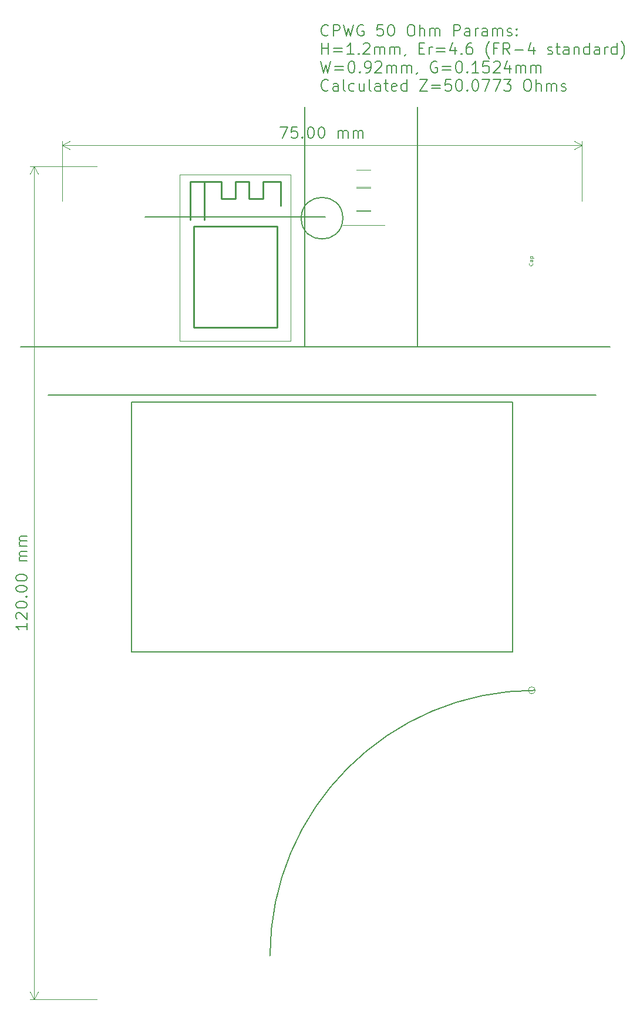
<source format=gbr>
%TF.GenerationSoftware,KiCad,Pcbnew,7.0.6-7.0.6~ubuntu22.04.1*%
%TF.CreationDate,2023-08-07T18:14:45+01:00*%
%TF.ProjectId,working,776f726b-696e-4672-9e6b-696361645f70,rev?*%
%TF.SameCoordinates,Original*%
%TF.FileFunction,Other,Comment*%
%FSLAX46Y46*%
G04 Gerber Fmt 4.6, Leading zero omitted, Abs format (unit mm)*
G04 Created by KiCad (PCBNEW 7.0.6-7.0.6~ubuntu22.04.1) date 2023-08-07 18:14:45*
%MOMM*%
%LPD*%
G01*
G04 APERTURE LIST*
%ADD10C,0.152400*%
%ADD11C,0.076200*%
%ADD12C,0.142240*%
%ADD13C,0.100000*%
%ADD14C,0.048768*%
%ADD15C,0.127000*%
%ADD16C,0.254000*%
%ADD17C,0.050000*%
G04 APERTURE END LIST*
D10*
X146001100Y-71003600D02*
X146001100Y-36503600D01*
X121001100Y-79003600D02*
X121001100Y-115003600D01*
X109001100Y-78003600D02*
X188001100Y-78003600D01*
D11*
X179251100Y-120503600D02*
G75*
G03*
X179251100Y-120503600I-500000J0D01*
G01*
D10*
X151501100Y-52503600D02*
G75*
G03*
X151501100Y-52503600I-3000000J0D01*
G01*
X162251100Y-71003600D02*
X162251100Y-36503600D01*
X105001100Y-71003600D02*
X146001100Y-71003600D01*
X176001100Y-115003600D02*
X176001100Y-79003600D01*
X179251100Y-120503600D02*
G75*
G03*
X141001100Y-158753600I0J-38250000D01*
G01*
X121001100Y-115003600D02*
X176001100Y-115003600D01*
X146001100Y-71003600D02*
X190001100Y-71003600D01*
X176001100Y-79003600D02*
X121001100Y-79003600D01*
D12*
X149418864Y-26114508D02*
X149340971Y-26192402D01*
X149340971Y-26192402D02*
X149107291Y-26270295D01*
X149107291Y-26270295D02*
X148951504Y-26270295D01*
X148951504Y-26270295D02*
X148717824Y-26192402D01*
X148717824Y-26192402D02*
X148562038Y-26036615D01*
X148562038Y-26036615D02*
X148484144Y-25880828D01*
X148484144Y-25880828D02*
X148406251Y-25569255D01*
X148406251Y-25569255D02*
X148406251Y-25335575D01*
X148406251Y-25335575D02*
X148484144Y-25024002D01*
X148484144Y-25024002D02*
X148562038Y-24868215D01*
X148562038Y-24868215D02*
X148717824Y-24712428D01*
X148717824Y-24712428D02*
X148951504Y-24634535D01*
X148951504Y-24634535D02*
X149107291Y-24634535D01*
X149107291Y-24634535D02*
X149340971Y-24712428D01*
X149340971Y-24712428D02*
X149418864Y-24790322D01*
X150119904Y-26270295D02*
X150119904Y-24634535D01*
X150119904Y-24634535D02*
X150743051Y-24634535D01*
X150743051Y-24634535D02*
X150898838Y-24712428D01*
X150898838Y-24712428D02*
X150976731Y-24790322D01*
X150976731Y-24790322D02*
X151054624Y-24946108D01*
X151054624Y-24946108D02*
X151054624Y-25179788D01*
X151054624Y-25179788D02*
X150976731Y-25335575D01*
X150976731Y-25335575D02*
X150898838Y-25413468D01*
X150898838Y-25413468D02*
X150743051Y-25491362D01*
X150743051Y-25491362D02*
X150119904Y-25491362D01*
X151599878Y-24634535D02*
X151989344Y-26270295D01*
X151989344Y-26270295D02*
X152300918Y-25101895D01*
X152300918Y-25101895D02*
X152612491Y-26270295D01*
X152612491Y-26270295D02*
X153001958Y-24634535D01*
X154481931Y-24712428D02*
X154326144Y-24634535D01*
X154326144Y-24634535D02*
X154092464Y-24634535D01*
X154092464Y-24634535D02*
X153858784Y-24712428D01*
X153858784Y-24712428D02*
X153702998Y-24868215D01*
X153702998Y-24868215D02*
X153625104Y-25024002D01*
X153625104Y-25024002D02*
X153547211Y-25335575D01*
X153547211Y-25335575D02*
X153547211Y-25569255D01*
X153547211Y-25569255D02*
X153625104Y-25880828D01*
X153625104Y-25880828D02*
X153702998Y-26036615D01*
X153702998Y-26036615D02*
X153858784Y-26192402D01*
X153858784Y-26192402D02*
X154092464Y-26270295D01*
X154092464Y-26270295D02*
X154248251Y-26270295D01*
X154248251Y-26270295D02*
X154481931Y-26192402D01*
X154481931Y-26192402D02*
X154559824Y-26114508D01*
X154559824Y-26114508D02*
X154559824Y-25569255D01*
X154559824Y-25569255D02*
X154248251Y-25569255D01*
X157286091Y-24634535D02*
X156507157Y-24634535D01*
X156507157Y-24634535D02*
X156429264Y-25413468D01*
X156429264Y-25413468D02*
X156507157Y-25335575D01*
X156507157Y-25335575D02*
X156662944Y-25257682D01*
X156662944Y-25257682D02*
X157052411Y-25257682D01*
X157052411Y-25257682D02*
X157208197Y-25335575D01*
X157208197Y-25335575D02*
X157286091Y-25413468D01*
X157286091Y-25413468D02*
X157363984Y-25569255D01*
X157363984Y-25569255D02*
X157363984Y-25958722D01*
X157363984Y-25958722D02*
X157286091Y-26114508D01*
X157286091Y-26114508D02*
X157208197Y-26192402D01*
X157208197Y-26192402D02*
X157052411Y-26270295D01*
X157052411Y-26270295D02*
X156662944Y-26270295D01*
X156662944Y-26270295D02*
X156507157Y-26192402D01*
X156507157Y-26192402D02*
X156429264Y-26114508D01*
X158376598Y-24634535D02*
X158532384Y-24634535D01*
X158532384Y-24634535D02*
X158688171Y-24712428D01*
X158688171Y-24712428D02*
X158766064Y-24790322D01*
X158766064Y-24790322D02*
X158843958Y-24946108D01*
X158843958Y-24946108D02*
X158921851Y-25257682D01*
X158921851Y-25257682D02*
X158921851Y-25647148D01*
X158921851Y-25647148D02*
X158843958Y-25958722D01*
X158843958Y-25958722D02*
X158766064Y-26114508D01*
X158766064Y-26114508D02*
X158688171Y-26192402D01*
X158688171Y-26192402D02*
X158532384Y-26270295D01*
X158532384Y-26270295D02*
X158376598Y-26270295D01*
X158376598Y-26270295D02*
X158220811Y-26192402D01*
X158220811Y-26192402D02*
X158142918Y-26114508D01*
X158142918Y-26114508D02*
X158065024Y-25958722D01*
X158065024Y-25958722D02*
X157987131Y-25647148D01*
X157987131Y-25647148D02*
X157987131Y-25257682D01*
X157987131Y-25257682D02*
X158065024Y-24946108D01*
X158065024Y-24946108D02*
X158142918Y-24790322D01*
X158142918Y-24790322D02*
X158220811Y-24712428D01*
X158220811Y-24712428D02*
X158376598Y-24634535D01*
X161180758Y-24634535D02*
X161492331Y-24634535D01*
X161492331Y-24634535D02*
X161648118Y-24712428D01*
X161648118Y-24712428D02*
X161803904Y-24868215D01*
X161803904Y-24868215D02*
X161881798Y-25179788D01*
X161881798Y-25179788D02*
X161881798Y-25725042D01*
X161881798Y-25725042D02*
X161803904Y-26036615D01*
X161803904Y-26036615D02*
X161648118Y-26192402D01*
X161648118Y-26192402D02*
X161492331Y-26270295D01*
X161492331Y-26270295D02*
X161180758Y-26270295D01*
X161180758Y-26270295D02*
X161024971Y-26192402D01*
X161024971Y-26192402D02*
X160869184Y-26036615D01*
X160869184Y-26036615D02*
X160791291Y-25725042D01*
X160791291Y-25725042D02*
X160791291Y-25179788D01*
X160791291Y-25179788D02*
X160869184Y-24868215D01*
X160869184Y-24868215D02*
X161024971Y-24712428D01*
X161024971Y-24712428D02*
X161180758Y-24634535D01*
X162582837Y-26270295D02*
X162582837Y-24634535D01*
X163283877Y-26270295D02*
X163283877Y-25413468D01*
X163283877Y-25413468D02*
X163205984Y-25257682D01*
X163205984Y-25257682D02*
X163050197Y-25179788D01*
X163050197Y-25179788D02*
X162816517Y-25179788D01*
X162816517Y-25179788D02*
X162660731Y-25257682D01*
X162660731Y-25257682D02*
X162582837Y-25335575D01*
X164062810Y-26270295D02*
X164062810Y-25179788D01*
X164062810Y-25335575D02*
X164140704Y-25257682D01*
X164140704Y-25257682D02*
X164296490Y-25179788D01*
X164296490Y-25179788D02*
X164530170Y-25179788D01*
X164530170Y-25179788D02*
X164685957Y-25257682D01*
X164685957Y-25257682D02*
X164763850Y-25413468D01*
X164763850Y-25413468D02*
X164763850Y-26270295D01*
X164763850Y-25413468D02*
X164841744Y-25257682D01*
X164841744Y-25257682D02*
X164997530Y-25179788D01*
X164997530Y-25179788D02*
X165231210Y-25179788D01*
X165231210Y-25179788D02*
X165386997Y-25257682D01*
X165386997Y-25257682D02*
X165464890Y-25413468D01*
X165464890Y-25413468D02*
X165464890Y-26270295D01*
X167490116Y-26270295D02*
X167490116Y-24634535D01*
X167490116Y-24634535D02*
X168113263Y-24634535D01*
X168113263Y-24634535D02*
X168269050Y-24712428D01*
X168269050Y-24712428D02*
X168346943Y-24790322D01*
X168346943Y-24790322D02*
X168424836Y-24946108D01*
X168424836Y-24946108D02*
X168424836Y-25179788D01*
X168424836Y-25179788D02*
X168346943Y-25335575D01*
X168346943Y-25335575D02*
X168269050Y-25413468D01*
X168269050Y-25413468D02*
X168113263Y-25491362D01*
X168113263Y-25491362D02*
X167490116Y-25491362D01*
X169826916Y-26270295D02*
X169826916Y-25413468D01*
X169826916Y-25413468D02*
X169749023Y-25257682D01*
X169749023Y-25257682D02*
X169593236Y-25179788D01*
X169593236Y-25179788D02*
X169281663Y-25179788D01*
X169281663Y-25179788D02*
X169125876Y-25257682D01*
X169826916Y-26192402D02*
X169671130Y-26270295D01*
X169671130Y-26270295D02*
X169281663Y-26270295D01*
X169281663Y-26270295D02*
X169125876Y-26192402D01*
X169125876Y-26192402D02*
X169047983Y-26036615D01*
X169047983Y-26036615D02*
X169047983Y-25880828D01*
X169047983Y-25880828D02*
X169125876Y-25725042D01*
X169125876Y-25725042D02*
X169281663Y-25647148D01*
X169281663Y-25647148D02*
X169671130Y-25647148D01*
X169671130Y-25647148D02*
X169826916Y-25569255D01*
X170605849Y-26270295D02*
X170605849Y-25179788D01*
X170605849Y-25491362D02*
X170683743Y-25335575D01*
X170683743Y-25335575D02*
X170761636Y-25257682D01*
X170761636Y-25257682D02*
X170917423Y-25179788D01*
X170917423Y-25179788D02*
X171073209Y-25179788D01*
X172319502Y-26270295D02*
X172319502Y-25413468D01*
X172319502Y-25413468D02*
X172241609Y-25257682D01*
X172241609Y-25257682D02*
X172085822Y-25179788D01*
X172085822Y-25179788D02*
X171774249Y-25179788D01*
X171774249Y-25179788D02*
X171618462Y-25257682D01*
X172319502Y-26192402D02*
X172163716Y-26270295D01*
X172163716Y-26270295D02*
X171774249Y-26270295D01*
X171774249Y-26270295D02*
X171618462Y-26192402D01*
X171618462Y-26192402D02*
X171540569Y-26036615D01*
X171540569Y-26036615D02*
X171540569Y-25880828D01*
X171540569Y-25880828D02*
X171618462Y-25725042D01*
X171618462Y-25725042D02*
X171774249Y-25647148D01*
X171774249Y-25647148D02*
X172163716Y-25647148D01*
X172163716Y-25647148D02*
X172319502Y-25569255D01*
X173098435Y-26270295D02*
X173098435Y-25179788D01*
X173098435Y-25335575D02*
X173176329Y-25257682D01*
X173176329Y-25257682D02*
X173332115Y-25179788D01*
X173332115Y-25179788D02*
X173565795Y-25179788D01*
X173565795Y-25179788D02*
X173721582Y-25257682D01*
X173721582Y-25257682D02*
X173799475Y-25413468D01*
X173799475Y-25413468D02*
X173799475Y-26270295D01*
X173799475Y-25413468D02*
X173877369Y-25257682D01*
X173877369Y-25257682D02*
X174033155Y-25179788D01*
X174033155Y-25179788D02*
X174266835Y-25179788D01*
X174266835Y-25179788D02*
X174422622Y-25257682D01*
X174422622Y-25257682D02*
X174500515Y-25413468D01*
X174500515Y-25413468D02*
X174500515Y-26270295D01*
X175201555Y-26192402D02*
X175357342Y-26270295D01*
X175357342Y-26270295D02*
X175668915Y-26270295D01*
X175668915Y-26270295D02*
X175824702Y-26192402D01*
X175824702Y-26192402D02*
X175902595Y-26036615D01*
X175902595Y-26036615D02*
X175902595Y-25958722D01*
X175902595Y-25958722D02*
X175824702Y-25802935D01*
X175824702Y-25802935D02*
X175668915Y-25725042D01*
X175668915Y-25725042D02*
X175435235Y-25725042D01*
X175435235Y-25725042D02*
X175279448Y-25647148D01*
X175279448Y-25647148D02*
X175201555Y-25491362D01*
X175201555Y-25491362D02*
X175201555Y-25413468D01*
X175201555Y-25413468D02*
X175279448Y-25257682D01*
X175279448Y-25257682D02*
X175435235Y-25179788D01*
X175435235Y-25179788D02*
X175668915Y-25179788D01*
X175668915Y-25179788D02*
X175824702Y-25257682D01*
X176603635Y-26114508D02*
X176681529Y-26192402D01*
X176681529Y-26192402D02*
X176603635Y-26270295D01*
X176603635Y-26270295D02*
X176525742Y-26192402D01*
X176525742Y-26192402D02*
X176603635Y-26114508D01*
X176603635Y-26114508D02*
X176603635Y-26270295D01*
X176603635Y-25257682D02*
X176681529Y-25335575D01*
X176681529Y-25335575D02*
X176603635Y-25413468D01*
X176603635Y-25413468D02*
X176525742Y-25335575D01*
X176525742Y-25335575D02*
X176603635Y-25257682D01*
X176603635Y-25257682D02*
X176603635Y-25413468D01*
X148484144Y-28903869D02*
X148484144Y-27268109D01*
X148484144Y-28047042D02*
X149418864Y-28047042D01*
X149418864Y-28903869D02*
X149418864Y-27268109D01*
X150197797Y-28047042D02*
X151444091Y-28047042D01*
X151444091Y-28514402D02*
X150197797Y-28514402D01*
X153079851Y-28903869D02*
X152145131Y-28903869D01*
X152612491Y-28903869D02*
X152612491Y-27268109D01*
X152612491Y-27268109D02*
X152456704Y-27501789D01*
X152456704Y-27501789D02*
X152300918Y-27657576D01*
X152300918Y-27657576D02*
X152145131Y-27735469D01*
X153780891Y-28748082D02*
X153858785Y-28825976D01*
X153858785Y-28825976D02*
X153780891Y-28903869D01*
X153780891Y-28903869D02*
X153702998Y-28825976D01*
X153702998Y-28825976D02*
X153780891Y-28748082D01*
X153780891Y-28748082D02*
X153780891Y-28903869D01*
X154481931Y-27423896D02*
X154559824Y-27346002D01*
X154559824Y-27346002D02*
X154715611Y-27268109D01*
X154715611Y-27268109D02*
X155105078Y-27268109D01*
X155105078Y-27268109D02*
X155260864Y-27346002D01*
X155260864Y-27346002D02*
X155338758Y-27423896D01*
X155338758Y-27423896D02*
X155416651Y-27579682D01*
X155416651Y-27579682D02*
X155416651Y-27735469D01*
X155416651Y-27735469D02*
X155338758Y-27969149D01*
X155338758Y-27969149D02*
X154404038Y-28903869D01*
X154404038Y-28903869D02*
X155416651Y-28903869D01*
X156117691Y-28903869D02*
X156117691Y-27813362D01*
X156117691Y-27969149D02*
X156195585Y-27891256D01*
X156195585Y-27891256D02*
X156351371Y-27813362D01*
X156351371Y-27813362D02*
X156585051Y-27813362D01*
X156585051Y-27813362D02*
X156740838Y-27891256D01*
X156740838Y-27891256D02*
X156818731Y-28047042D01*
X156818731Y-28047042D02*
X156818731Y-28903869D01*
X156818731Y-28047042D02*
X156896625Y-27891256D01*
X156896625Y-27891256D02*
X157052411Y-27813362D01*
X157052411Y-27813362D02*
X157286091Y-27813362D01*
X157286091Y-27813362D02*
X157441878Y-27891256D01*
X157441878Y-27891256D02*
X157519771Y-28047042D01*
X157519771Y-28047042D02*
X157519771Y-28903869D01*
X158298704Y-28903869D02*
X158298704Y-27813362D01*
X158298704Y-27969149D02*
X158376598Y-27891256D01*
X158376598Y-27891256D02*
X158532384Y-27813362D01*
X158532384Y-27813362D02*
X158766064Y-27813362D01*
X158766064Y-27813362D02*
X158921851Y-27891256D01*
X158921851Y-27891256D02*
X158999744Y-28047042D01*
X158999744Y-28047042D02*
X158999744Y-28903869D01*
X158999744Y-28047042D02*
X159077638Y-27891256D01*
X159077638Y-27891256D02*
X159233424Y-27813362D01*
X159233424Y-27813362D02*
X159467104Y-27813362D01*
X159467104Y-27813362D02*
X159622891Y-27891256D01*
X159622891Y-27891256D02*
X159700784Y-28047042D01*
X159700784Y-28047042D02*
X159700784Y-28903869D01*
X160557611Y-28825976D02*
X160557611Y-28903869D01*
X160557611Y-28903869D02*
X160479717Y-29059656D01*
X160479717Y-29059656D02*
X160401824Y-29137549D01*
X162504943Y-28047042D02*
X163050197Y-28047042D01*
X163283877Y-28903869D02*
X162504943Y-28903869D01*
X162504943Y-28903869D02*
X162504943Y-27268109D01*
X162504943Y-27268109D02*
X163283877Y-27268109D01*
X163984916Y-28903869D02*
X163984916Y-27813362D01*
X163984916Y-28124936D02*
X164062810Y-27969149D01*
X164062810Y-27969149D02*
X164140703Y-27891256D01*
X164140703Y-27891256D02*
X164296490Y-27813362D01*
X164296490Y-27813362D02*
X164452276Y-27813362D01*
X164997529Y-28047042D02*
X166243823Y-28047042D01*
X166243823Y-28514402D02*
X164997529Y-28514402D01*
X167723796Y-27813362D02*
X167723796Y-28903869D01*
X167334330Y-27190216D02*
X166944863Y-28358616D01*
X166944863Y-28358616D02*
X167957476Y-28358616D01*
X168580623Y-28748082D02*
X168658517Y-28825976D01*
X168658517Y-28825976D02*
X168580623Y-28903869D01*
X168580623Y-28903869D02*
X168502730Y-28825976D01*
X168502730Y-28825976D02*
X168580623Y-28748082D01*
X168580623Y-28748082D02*
X168580623Y-28903869D01*
X170060596Y-27268109D02*
X169749023Y-27268109D01*
X169749023Y-27268109D02*
X169593236Y-27346002D01*
X169593236Y-27346002D02*
X169515343Y-27423896D01*
X169515343Y-27423896D02*
X169359556Y-27657576D01*
X169359556Y-27657576D02*
X169281663Y-27969149D01*
X169281663Y-27969149D02*
X169281663Y-28592296D01*
X169281663Y-28592296D02*
X169359556Y-28748082D01*
X169359556Y-28748082D02*
X169437450Y-28825976D01*
X169437450Y-28825976D02*
X169593236Y-28903869D01*
X169593236Y-28903869D02*
X169904810Y-28903869D01*
X169904810Y-28903869D02*
X170060596Y-28825976D01*
X170060596Y-28825976D02*
X170138490Y-28748082D01*
X170138490Y-28748082D02*
X170216383Y-28592296D01*
X170216383Y-28592296D02*
X170216383Y-28202829D01*
X170216383Y-28202829D02*
X170138490Y-28047042D01*
X170138490Y-28047042D02*
X170060596Y-27969149D01*
X170060596Y-27969149D02*
X169904810Y-27891256D01*
X169904810Y-27891256D02*
X169593236Y-27891256D01*
X169593236Y-27891256D02*
X169437450Y-27969149D01*
X169437450Y-27969149D02*
X169359556Y-28047042D01*
X169359556Y-28047042D02*
X169281663Y-28202829D01*
X172631076Y-29527016D02*
X172553183Y-29449122D01*
X172553183Y-29449122D02*
X172397396Y-29215442D01*
X172397396Y-29215442D02*
X172319503Y-29059656D01*
X172319503Y-29059656D02*
X172241610Y-28825976D01*
X172241610Y-28825976D02*
X172163716Y-28436509D01*
X172163716Y-28436509D02*
X172163716Y-28124936D01*
X172163716Y-28124936D02*
X172241610Y-27735469D01*
X172241610Y-27735469D02*
X172319503Y-27501789D01*
X172319503Y-27501789D02*
X172397396Y-27346002D01*
X172397396Y-27346002D02*
X172553183Y-27112322D01*
X172553183Y-27112322D02*
X172631076Y-27034429D01*
X173799477Y-28047042D02*
X173254223Y-28047042D01*
X173254223Y-28903869D02*
X173254223Y-27268109D01*
X173254223Y-27268109D02*
X174033157Y-27268109D01*
X175591023Y-28903869D02*
X175045770Y-28124936D01*
X174656303Y-28903869D02*
X174656303Y-27268109D01*
X174656303Y-27268109D02*
X175279450Y-27268109D01*
X175279450Y-27268109D02*
X175435237Y-27346002D01*
X175435237Y-27346002D02*
X175513130Y-27423896D01*
X175513130Y-27423896D02*
X175591023Y-27579682D01*
X175591023Y-27579682D02*
X175591023Y-27813362D01*
X175591023Y-27813362D02*
X175513130Y-27969149D01*
X175513130Y-27969149D02*
X175435237Y-28047042D01*
X175435237Y-28047042D02*
X175279450Y-28124936D01*
X175279450Y-28124936D02*
X174656303Y-28124936D01*
X176292063Y-28280722D02*
X177538357Y-28280722D01*
X179018330Y-27813362D02*
X179018330Y-28903869D01*
X178628864Y-27190216D02*
X178239397Y-28358616D01*
X178239397Y-28358616D02*
X179252010Y-28358616D01*
X181043557Y-28825976D02*
X181199344Y-28903869D01*
X181199344Y-28903869D02*
X181510917Y-28903869D01*
X181510917Y-28903869D02*
X181666704Y-28825976D01*
X181666704Y-28825976D02*
X181744597Y-28670189D01*
X181744597Y-28670189D02*
X181744597Y-28592296D01*
X181744597Y-28592296D02*
X181666704Y-28436509D01*
X181666704Y-28436509D02*
X181510917Y-28358616D01*
X181510917Y-28358616D02*
X181277237Y-28358616D01*
X181277237Y-28358616D02*
X181121450Y-28280722D01*
X181121450Y-28280722D02*
X181043557Y-28124936D01*
X181043557Y-28124936D02*
X181043557Y-28047042D01*
X181043557Y-28047042D02*
X181121450Y-27891256D01*
X181121450Y-27891256D02*
X181277237Y-27813362D01*
X181277237Y-27813362D02*
X181510917Y-27813362D01*
X181510917Y-27813362D02*
X181666704Y-27891256D01*
X182211957Y-27813362D02*
X182835104Y-27813362D01*
X182445637Y-27268109D02*
X182445637Y-28670189D01*
X182445637Y-28670189D02*
X182523531Y-28825976D01*
X182523531Y-28825976D02*
X182679317Y-28903869D01*
X182679317Y-28903869D02*
X182835104Y-28903869D01*
X184081397Y-28903869D02*
X184081397Y-28047042D01*
X184081397Y-28047042D02*
X184003504Y-27891256D01*
X184003504Y-27891256D02*
X183847717Y-27813362D01*
X183847717Y-27813362D02*
X183536144Y-27813362D01*
X183536144Y-27813362D02*
X183380357Y-27891256D01*
X184081397Y-28825976D02*
X183925611Y-28903869D01*
X183925611Y-28903869D02*
X183536144Y-28903869D01*
X183536144Y-28903869D02*
X183380357Y-28825976D01*
X183380357Y-28825976D02*
X183302464Y-28670189D01*
X183302464Y-28670189D02*
X183302464Y-28514402D01*
X183302464Y-28514402D02*
X183380357Y-28358616D01*
X183380357Y-28358616D02*
X183536144Y-28280722D01*
X183536144Y-28280722D02*
X183925611Y-28280722D01*
X183925611Y-28280722D02*
X184081397Y-28202829D01*
X184860330Y-27813362D02*
X184860330Y-28903869D01*
X184860330Y-27969149D02*
X184938224Y-27891256D01*
X184938224Y-27891256D02*
X185094010Y-27813362D01*
X185094010Y-27813362D02*
X185327690Y-27813362D01*
X185327690Y-27813362D02*
X185483477Y-27891256D01*
X185483477Y-27891256D02*
X185561370Y-28047042D01*
X185561370Y-28047042D02*
X185561370Y-28903869D01*
X187041343Y-28903869D02*
X187041343Y-27268109D01*
X187041343Y-28825976D02*
X186885557Y-28903869D01*
X186885557Y-28903869D02*
X186573983Y-28903869D01*
X186573983Y-28903869D02*
X186418197Y-28825976D01*
X186418197Y-28825976D02*
X186340303Y-28748082D01*
X186340303Y-28748082D02*
X186262410Y-28592296D01*
X186262410Y-28592296D02*
X186262410Y-28124936D01*
X186262410Y-28124936D02*
X186340303Y-27969149D01*
X186340303Y-27969149D02*
X186418197Y-27891256D01*
X186418197Y-27891256D02*
X186573983Y-27813362D01*
X186573983Y-27813362D02*
X186885557Y-27813362D01*
X186885557Y-27813362D02*
X187041343Y-27891256D01*
X188521316Y-28903869D02*
X188521316Y-28047042D01*
X188521316Y-28047042D02*
X188443423Y-27891256D01*
X188443423Y-27891256D02*
X188287636Y-27813362D01*
X188287636Y-27813362D02*
X187976063Y-27813362D01*
X187976063Y-27813362D02*
X187820276Y-27891256D01*
X188521316Y-28825976D02*
X188365530Y-28903869D01*
X188365530Y-28903869D02*
X187976063Y-28903869D01*
X187976063Y-28903869D02*
X187820276Y-28825976D01*
X187820276Y-28825976D02*
X187742383Y-28670189D01*
X187742383Y-28670189D02*
X187742383Y-28514402D01*
X187742383Y-28514402D02*
X187820276Y-28358616D01*
X187820276Y-28358616D02*
X187976063Y-28280722D01*
X187976063Y-28280722D02*
X188365530Y-28280722D01*
X188365530Y-28280722D02*
X188521316Y-28202829D01*
X189300249Y-28903869D02*
X189300249Y-27813362D01*
X189300249Y-28124936D02*
X189378143Y-27969149D01*
X189378143Y-27969149D02*
X189456036Y-27891256D01*
X189456036Y-27891256D02*
X189611823Y-27813362D01*
X189611823Y-27813362D02*
X189767609Y-27813362D01*
X191013902Y-28903869D02*
X191013902Y-27268109D01*
X191013902Y-28825976D02*
X190858116Y-28903869D01*
X190858116Y-28903869D02*
X190546542Y-28903869D01*
X190546542Y-28903869D02*
X190390756Y-28825976D01*
X190390756Y-28825976D02*
X190312862Y-28748082D01*
X190312862Y-28748082D02*
X190234969Y-28592296D01*
X190234969Y-28592296D02*
X190234969Y-28124936D01*
X190234969Y-28124936D02*
X190312862Y-27969149D01*
X190312862Y-27969149D02*
X190390756Y-27891256D01*
X190390756Y-27891256D02*
X190546542Y-27813362D01*
X190546542Y-27813362D02*
X190858116Y-27813362D01*
X190858116Y-27813362D02*
X191013902Y-27891256D01*
X191637049Y-29527016D02*
X191714942Y-29449122D01*
X191714942Y-29449122D02*
X191870729Y-29215442D01*
X191870729Y-29215442D02*
X191948622Y-29059656D01*
X191948622Y-29059656D02*
X192026515Y-28825976D01*
X192026515Y-28825976D02*
X192104409Y-28436509D01*
X192104409Y-28436509D02*
X192104409Y-28124936D01*
X192104409Y-28124936D02*
X192026515Y-27735469D01*
X192026515Y-27735469D02*
X191948622Y-27501789D01*
X191948622Y-27501789D02*
X191870729Y-27346002D01*
X191870729Y-27346002D02*
X191714942Y-27112322D01*
X191714942Y-27112322D02*
X191637049Y-27034429D01*
X148328358Y-29901683D02*
X148717824Y-31537443D01*
X148717824Y-31537443D02*
X149029398Y-30369043D01*
X149029398Y-30369043D02*
X149340971Y-31537443D01*
X149340971Y-31537443D02*
X149730438Y-29901683D01*
X150353584Y-30680616D02*
X151599878Y-30680616D01*
X151599878Y-31147976D02*
X150353584Y-31147976D01*
X152690385Y-29901683D02*
X152846171Y-29901683D01*
X152846171Y-29901683D02*
X153001958Y-29979576D01*
X153001958Y-29979576D02*
X153079851Y-30057470D01*
X153079851Y-30057470D02*
X153157745Y-30213256D01*
X153157745Y-30213256D02*
X153235638Y-30524830D01*
X153235638Y-30524830D02*
X153235638Y-30914296D01*
X153235638Y-30914296D02*
X153157745Y-31225870D01*
X153157745Y-31225870D02*
X153079851Y-31381656D01*
X153079851Y-31381656D02*
X153001958Y-31459550D01*
X153001958Y-31459550D02*
X152846171Y-31537443D01*
X152846171Y-31537443D02*
X152690385Y-31537443D01*
X152690385Y-31537443D02*
X152534598Y-31459550D01*
X152534598Y-31459550D02*
X152456705Y-31381656D01*
X152456705Y-31381656D02*
X152378811Y-31225870D01*
X152378811Y-31225870D02*
X152300918Y-30914296D01*
X152300918Y-30914296D02*
X152300918Y-30524830D01*
X152300918Y-30524830D02*
X152378811Y-30213256D01*
X152378811Y-30213256D02*
X152456705Y-30057470D01*
X152456705Y-30057470D02*
X152534598Y-29979576D01*
X152534598Y-29979576D02*
X152690385Y-29901683D01*
X153936678Y-31381656D02*
X154014572Y-31459550D01*
X154014572Y-31459550D02*
X153936678Y-31537443D01*
X153936678Y-31537443D02*
X153858785Y-31459550D01*
X153858785Y-31459550D02*
X153936678Y-31381656D01*
X153936678Y-31381656D02*
X153936678Y-31537443D01*
X154793505Y-31537443D02*
X155105078Y-31537443D01*
X155105078Y-31537443D02*
X155260865Y-31459550D01*
X155260865Y-31459550D02*
X155338758Y-31381656D01*
X155338758Y-31381656D02*
X155494545Y-31147976D01*
X155494545Y-31147976D02*
X155572438Y-30836403D01*
X155572438Y-30836403D02*
X155572438Y-30213256D01*
X155572438Y-30213256D02*
X155494545Y-30057470D01*
X155494545Y-30057470D02*
X155416651Y-29979576D01*
X155416651Y-29979576D02*
X155260865Y-29901683D01*
X155260865Y-29901683D02*
X154949291Y-29901683D01*
X154949291Y-29901683D02*
X154793505Y-29979576D01*
X154793505Y-29979576D02*
X154715611Y-30057470D01*
X154715611Y-30057470D02*
X154637718Y-30213256D01*
X154637718Y-30213256D02*
X154637718Y-30602723D01*
X154637718Y-30602723D02*
X154715611Y-30758510D01*
X154715611Y-30758510D02*
X154793505Y-30836403D01*
X154793505Y-30836403D02*
X154949291Y-30914296D01*
X154949291Y-30914296D02*
X155260865Y-30914296D01*
X155260865Y-30914296D02*
X155416651Y-30836403D01*
X155416651Y-30836403D02*
X155494545Y-30758510D01*
X155494545Y-30758510D02*
X155572438Y-30602723D01*
X156195585Y-30057470D02*
X156273478Y-29979576D01*
X156273478Y-29979576D02*
X156429265Y-29901683D01*
X156429265Y-29901683D02*
X156818732Y-29901683D01*
X156818732Y-29901683D02*
X156974518Y-29979576D01*
X156974518Y-29979576D02*
X157052412Y-30057470D01*
X157052412Y-30057470D02*
X157130305Y-30213256D01*
X157130305Y-30213256D02*
X157130305Y-30369043D01*
X157130305Y-30369043D02*
X157052412Y-30602723D01*
X157052412Y-30602723D02*
X156117692Y-31537443D01*
X156117692Y-31537443D02*
X157130305Y-31537443D01*
X157831345Y-31537443D02*
X157831345Y-30446936D01*
X157831345Y-30602723D02*
X157909239Y-30524830D01*
X157909239Y-30524830D02*
X158065025Y-30446936D01*
X158065025Y-30446936D02*
X158298705Y-30446936D01*
X158298705Y-30446936D02*
X158454492Y-30524830D01*
X158454492Y-30524830D02*
X158532385Y-30680616D01*
X158532385Y-30680616D02*
X158532385Y-31537443D01*
X158532385Y-30680616D02*
X158610279Y-30524830D01*
X158610279Y-30524830D02*
X158766065Y-30446936D01*
X158766065Y-30446936D02*
X158999745Y-30446936D01*
X158999745Y-30446936D02*
X159155532Y-30524830D01*
X159155532Y-30524830D02*
X159233425Y-30680616D01*
X159233425Y-30680616D02*
X159233425Y-31537443D01*
X160012358Y-31537443D02*
X160012358Y-30446936D01*
X160012358Y-30602723D02*
X160090252Y-30524830D01*
X160090252Y-30524830D02*
X160246038Y-30446936D01*
X160246038Y-30446936D02*
X160479718Y-30446936D01*
X160479718Y-30446936D02*
X160635505Y-30524830D01*
X160635505Y-30524830D02*
X160713398Y-30680616D01*
X160713398Y-30680616D02*
X160713398Y-31537443D01*
X160713398Y-30680616D02*
X160791292Y-30524830D01*
X160791292Y-30524830D02*
X160947078Y-30446936D01*
X160947078Y-30446936D02*
X161180758Y-30446936D01*
X161180758Y-30446936D02*
X161336545Y-30524830D01*
X161336545Y-30524830D02*
X161414438Y-30680616D01*
X161414438Y-30680616D02*
X161414438Y-31537443D01*
X162271265Y-31459550D02*
X162271265Y-31537443D01*
X162271265Y-31537443D02*
X162193371Y-31693230D01*
X162193371Y-31693230D02*
X162115478Y-31771123D01*
X165075424Y-29979576D02*
X164919637Y-29901683D01*
X164919637Y-29901683D02*
X164685957Y-29901683D01*
X164685957Y-29901683D02*
X164452277Y-29979576D01*
X164452277Y-29979576D02*
X164296491Y-30135363D01*
X164296491Y-30135363D02*
X164218597Y-30291150D01*
X164218597Y-30291150D02*
X164140704Y-30602723D01*
X164140704Y-30602723D02*
X164140704Y-30836403D01*
X164140704Y-30836403D02*
X164218597Y-31147976D01*
X164218597Y-31147976D02*
X164296491Y-31303763D01*
X164296491Y-31303763D02*
X164452277Y-31459550D01*
X164452277Y-31459550D02*
X164685957Y-31537443D01*
X164685957Y-31537443D02*
X164841744Y-31537443D01*
X164841744Y-31537443D02*
X165075424Y-31459550D01*
X165075424Y-31459550D02*
X165153317Y-31381656D01*
X165153317Y-31381656D02*
X165153317Y-30836403D01*
X165153317Y-30836403D02*
X164841744Y-30836403D01*
X165854357Y-30680616D02*
X167100651Y-30680616D01*
X167100651Y-31147976D02*
X165854357Y-31147976D01*
X168191158Y-29901683D02*
X168346944Y-29901683D01*
X168346944Y-29901683D02*
X168502731Y-29979576D01*
X168502731Y-29979576D02*
X168580624Y-30057470D01*
X168580624Y-30057470D02*
X168658518Y-30213256D01*
X168658518Y-30213256D02*
X168736411Y-30524830D01*
X168736411Y-30524830D02*
X168736411Y-30914296D01*
X168736411Y-30914296D02*
X168658518Y-31225870D01*
X168658518Y-31225870D02*
X168580624Y-31381656D01*
X168580624Y-31381656D02*
X168502731Y-31459550D01*
X168502731Y-31459550D02*
X168346944Y-31537443D01*
X168346944Y-31537443D02*
X168191158Y-31537443D01*
X168191158Y-31537443D02*
X168035371Y-31459550D01*
X168035371Y-31459550D02*
X167957478Y-31381656D01*
X167957478Y-31381656D02*
X167879584Y-31225870D01*
X167879584Y-31225870D02*
X167801691Y-30914296D01*
X167801691Y-30914296D02*
X167801691Y-30524830D01*
X167801691Y-30524830D02*
X167879584Y-30213256D01*
X167879584Y-30213256D02*
X167957478Y-30057470D01*
X167957478Y-30057470D02*
X168035371Y-29979576D01*
X168035371Y-29979576D02*
X168191158Y-29901683D01*
X169437451Y-31381656D02*
X169515345Y-31459550D01*
X169515345Y-31459550D02*
X169437451Y-31537443D01*
X169437451Y-31537443D02*
X169359558Y-31459550D01*
X169359558Y-31459550D02*
X169437451Y-31381656D01*
X169437451Y-31381656D02*
X169437451Y-31537443D01*
X171073211Y-31537443D02*
X170138491Y-31537443D01*
X170605851Y-31537443D02*
X170605851Y-29901683D01*
X170605851Y-29901683D02*
X170450064Y-30135363D01*
X170450064Y-30135363D02*
X170294278Y-30291150D01*
X170294278Y-30291150D02*
X170138491Y-30369043D01*
X172553185Y-29901683D02*
X171774251Y-29901683D01*
X171774251Y-29901683D02*
X171696358Y-30680616D01*
X171696358Y-30680616D02*
X171774251Y-30602723D01*
X171774251Y-30602723D02*
X171930038Y-30524830D01*
X171930038Y-30524830D02*
X172319505Y-30524830D01*
X172319505Y-30524830D02*
X172475291Y-30602723D01*
X172475291Y-30602723D02*
X172553185Y-30680616D01*
X172553185Y-30680616D02*
X172631078Y-30836403D01*
X172631078Y-30836403D02*
X172631078Y-31225870D01*
X172631078Y-31225870D02*
X172553185Y-31381656D01*
X172553185Y-31381656D02*
X172475291Y-31459550D01*
X172475291Y-31459550D02*
X172319505Y-31537443D01*
X172319505Y-31537443D02*
X171930038Y-31537443D01*
X171930038Y-31537443D02*
X171774251Y-31459550D01*
X171774251Y-31459550D02*
X171696358Y-31381656D01*
X173254225Y-30057470D02*
X173332118Y-29979576D01*
X173332118Y-29979576D02*
X173487905Y-29901683D01*
X173487905Y-29901683D02*
X173877372Y-29901683D01*
X173877372Y-29901683D02*
X174033158Y-29979576D01*
X174033158Y-29979576D02*
X174111052Y-30057470D01*
X174111052Y-30057470D02*
X174188945Y-30213256D01*
X174188945Y-30213256D02*
X174188945Y-30369043D01*
X174188945Y-30369043D02*
X174111052Y-30602723D01*
X174111052Y-30602723D02*
X173176332Y-31537443D01*
X173176332Y-31537443D02*
X174188945Y-31537443D01*
X175591025Y-30446936D02*
X175591025Y-31537443D01*
X175201559Y-29823790D02*
X174812092Y-30992190D01*
X174812092Y-30992190D02*
X175824705Y-30992190D01*
X176447852Y-31537443D02*
X176447852Y-30446936D01*
X176447852Y-30602723D02*
X176525746Y-30524830D01*
X176525746Y-30524830D02*
X176681532Y-30446936D01*
X176681532Y-30446936D02*
X176915212Y-30446936D01*
X176915212Y-30446936D02*
X177070999Y-30524830D01*
X177070999Y-30524830D02*
X177148892Y-30680616D01*
X177148892Y-30680616D02*
X177148892Y-31537443D01*
X177148892Y-30680616D02*
X177226786Y-30524830D01*
X177226786Y-30524830D02*
X177382572Y-30446936D01*
X177382572Y-30446936D02*
X177616252Y-30446936D01*
X177616252Y-30446936D02*
X177772039Y-30524830D01*
X177772039Y-30524830D02*
X177849932Y-30680616D01*
X177849932Y-30680616D02*
X177849932Y-31537443D01*
X178628865Y-31537443D02*
X178628865Y-30446936D01*
X178628865Y-30602723D02*
X178706759Y-30524830D01*
X178706759Y-30524830D02*
X178862545Y-30446936D01*
X178862545Y-30446936D02*
X179096225Y-30446936D01*
X179096225Y-30446936D02*
X179252012Y-30524830D01*
X179252012Y-30524830D02*
X179329905Y-30680616D01*
X179329905Y-30680616D02*
X179329905Y-31537443D01*
X179329905Y-30680616D02*
X179407799Y-30524830D01*
X179407799Y-30524830D02*
X179563585Y-30446936D01*
X179563585Y-30446936D02*
X179797265Y-30446936D01*
X179797265Y-30446936D02*
X179953052Y-30524830D01*
X179953052Y-30524830D02*
X180030945Y-30680616D01*
X180030945Y-30680616D02*
X180030945Y-31537443D01*
X149418864Y-34015230D02*
X149340971Y-34093124D01*
X149340971Y-34093124D02*
X149107291Y-34171017D01*
X149107291Y-34171017D02*
X148951504Y-34171017D01*
X148951504Y-34171017D02*
X148717824Y-34093124D01*
X148717824Y-34093124D02*
X148562038Y-33937337D01*
X148562038Y-33937337D02*
X148484144Y-33781550D01*
X148484144Y-33781550D02*
X148406251Y-33469977D01*
X148406251Y-33469977D02*
X148406251Y-33236297D01*
X148406251Y-33236297D02*
X148484144Y-32924724D01*
X148484144Y-32924724D02*
X148562038Y-32768937D01*
X148562038Y-32768937D02*
X148717824Y-32613150D01*
X148717824Y-32613150D02*
X148951504Y-32535257D01*
X148951504Y-32535257D02*
X149107291Y-32535257D01*
X149107291Y-32535257D02*
X149340971Y-32613150D01*
X149340971Y-32613150D02*
X149418864Y-32691044D01*
X150820944Y-34171017D02*
X150820944Y-33314190D01*
X150820944Y-33314190D02*
X150743051Y-33158404D01*
X150743051Y-33158404D02*
X150587264Y-33080510D01*
X150587264Y-33080510D02*
X150275691Y-33080510D01*
X150275691Y-33080510D02*
X150119904Y-33158404D01*
X150820944Y-34093124D02*
X150665158Y-34171017D01*
X150665158Y-34171017D02*
X150275691Y-34171017D01*
X150275691Y-34171017D02*
X150119904Y-34093124D01*
X150119904Y-34093124D02*
X150042011Y-33937337D01*
X150042011Y-33937337D02*
X150042011Y-33781550D01*
X150042011Y-33781550D02*
X150119904Y-33625764D01*
X150119904Y-33625764D02*
X150275691Y-33547870D01*
X150275691Y-33547870D02*
X150665158Y-33547870D01*
X150665158Y-33547870D02*
X150820944Y-33469977D01*
X151833557Y-34171017D02*
X151677771Y-34093124D01*
X151677771Y-34093124D02*
X151599877Y-33937337D01*
X151599877Y-33937337D02*
X151599877Y-32535257D01*
X153157744Y-34093124D02*
X153001958Y-34171017D01*
X153001958Y-34171017D02*
X152690384Y-34171017D01*
X152690384Y-34171017D02*
X152534598Y-34093124D01*
X152534598Y-34093124D02*
X152456704Y-34015230D01*
X152456704Y-34015230D02*
X152378811Y-33859444D01*
X152378811Y-33859444D02*
X152378811Y-33392084D01*
X152378811Y-33392084D02*
X152456704Y-33236297D01*
X152456704Y-33236297D02*
X152534598Y-33158404D01*
X152534598Y-33158404D02*
X152690384Y-33080510D01*
X152690384Y-33080510D02*
X153001958Y-33080510D01*
X153001958Y-33080510D02*
X153157744Y-33158404D01*
X154559824Y-33080510D02*
X154559824Y-34171017D01*
X153858784Y-33080510D02*
X153858784Y-33937337D01*
X153858784Y-33937337D02*
X153936678Y-34093124D01*
X153936678Y-34093124D02*
X154092464Y-34171017D01*
X154092464Y-34171017D02*
X154326144Y-34171017D01*
X154326144Y-34171017D02*
X154481931Y-34093124D01*
X154481931Y-34093124D02*
X154559824Y-34015230D01*
X155572437Y-34171017D02*
X155416651Y-34093124D01*
X155416651Y-34093124D02*
X155338757Y-33937337D01*
X155338757Y-33937337D02*
X155338757Y-32535257D01*
X156896624Y-34171017D02*
X156896624Y-33314190D01*
X156896624Y-33314190D02*
X156818731Y-33158404D01*
X156818731Y-33158404D02*
X156662944Y-33080510D01*
X156662944Y-33080510D02*
X156351371Y-33080510D01*
X156351371Y-33080510D02*
X156195584Y-33158404D01*
X156896624Y-34093124D02*
X156740838Y-34171017D01*
X156740838Y-34171017D02*
X156351371Y-34171017D01*
X156351371Y-34171017D02*
X156195584Y-34093124D01*
X156195584Y-34093124D02*
X156117691Y-33937337D01*
X156117691Y-33937337D02*
X156117691Y-33781550D01*
X156117691Y-33781550D02*
X156195584Y-33625764D01*
X156195584Y-33625764D02*
X156351371Y-33547870D01*
X156351371Y-33547870D02*
X156740838Y-33547870D01*
X156740838Y-33547870D02*
X156896624Y-33469977D01*
X157441877Y-33080510D02*
X158065024Y-33080510D01*
X157675557Y-32535257D02*
X157675557Y-33937337D01*
X157675557Y-33937337D02*
X157753451Y-34093124D01*
X157753451Y-34093124D02*
X157909237Y-34171017D01*
X157909237Y-34171017D02*
X158065024Y-34171017D01*
X159233424Y-34093124D02*
X159077637Y-34171017D01*
X159077637Y-34171017D02*
X158766064Y-34171017D01*
X158766064Y-34171017D02*
X158610277Y-34093124D01*
X158610277Y-34093124D02*
X158532384Y-33937337D01*
X158532384Y-33937337D02*
X158532384Y-33314190D01*
X158532384Y-33314190D02*
X158610277Y-33158404D01*
X158610277Y-33158404D02*
X158766064Y-33080510D01*
X158766064Y-33080510D02*
X159077637Y-33080510D01*
X159077637Y-33080510D02*
X159233424Y-33158404D01*
X159233424Y-33158404D02*
X159311317Y-33314190D01*
X159311317Y-33314190D02*
X159311317Y-33469977D01*
X159311317Y-33469977D02*
X158532384Y-33625764D01*
X160713397Y-34171017D02*
X160713397Y-32535257D01*
X160713397Y-34093124D02*
X160557611Y-34171017D01*
X160557611Y-34171017D02*
X160246037Y-34171017D01*
X160246037Y-34171017D02*
X160090251Y-34093124D01*
X160090251Y-34093124D02*
X160012357Y-34015230D01*
X160012357Y-34015230D02*
X159934464Y-33859444D01*
X159934464Y-33859444D02*
X159934464Y-33392084D01*
X159934464Y-33392084D02*
X160012357Y-33236297D01*
X160012357Y-33236297D02*
X160090251Y-33158404D01*
X160090251Y-33158404D02*
X160246037Y-33080510D01*
X160246037Y-33080510D02*
X160557611Y-33080510D01*
X160557611Y-33080510D02*
X160713397Y-33158404D01*
X162582837Y-32535257D02*
X163673343Y-32535257D01*
X163673343Y-32535257D02*
X162582837Y-34171017D01*
X162582837Y-34171017D02*
X163673343Y-34171017D01*
X164296490Y-33314190D02*
X165542784Y-33314190D01*
X165542784Y-33781550D02*
X164296490Y-33781550D01*
X167100651Y-32535257D02*
X166321717Y-32535257D01*
X166321717Y-32535257D02*
X166243824Y-33314190D01*
X166243824Y-33314190D02*
X166321717Y-33236297D01*
X166321717Y-33236297D02*
X166477504Y-33158404D01*
X166477504Y-33158404D02*
X166866971Y-33158404D01*
X166866971Y-33158404D02*
X167022757Y-33236297D01*
X167022757Y-33236297D02*
X167100651Y-33314190D01*
X167100651Y-33314190D02*
X167178544Y-33469977D01*
X167178544Y-33469977D02*
X167178544Y-33859444D01*
X167178544Y-33859444D02*
X167100651Y-34015230D01*
X167100651Y-34015230D02*
X167022757Y-34093124D01*
X167022757Y-34093124D02*
X166866971Y-34171017D01*
X166866971Y-34171017D02*
X166477504Y-34171017D01*
X166477504Y-34171017D02*
X166321717Y-34093124D01*
X166321717Y-34093124D02*
X166243824Y-34015230D01*
X168191158Y-32535257D02*
X168346944Y-32535257D01*
X168346944Y-32535257D02*
X168502731Y-32613150D01*
X168502731Y-32613150D02*
X168580624Y-32691044D01*
X168580624Y-32691044D02*
X168658518Y-32846830D01*
X168658518Y-32846830D02*
X168736411Y-33158404D01*
X168736411Y-33158404D02*
X168736411Y-33547870D01*
X168736411Y-33547870D02*
X168658518Y-33859444D01*
X168658518Y-33859444D02*
X168580624Y-34015230D01*
X168580624Y-34015230D02*
X168502731Y-34093124D01*
X168502731Y-34093124D02*
X168346944Y-34171017D01*
X168346944Y-34171017D02*
X168191158Y-34171017D01*
X168191158Y-34171017D02*
X168035371Y-34093124D01*
X168035371Y-34093124D02*
X167957478Y-34015230D01*
X167957478Y-34015230D02*
X167879584Y-33859444D01*
X167879584Y-33859444D02*
X167801691Y-33547870D01*
X167801691Y-33547870D02*
X167801691Y-33158404D01*
X167801691Y-33158404D02*
X167879584Y-32846830D01*
X167879584Y-32846830D02*
X167957478Y-32691044D01*
X167957478Y-32691044D02*
X168035371Y-32613150D01*
X168035371Y-32613150D02*
X168191158Y-32535257D01*
X169437451Y-34015230D02*
X169515345Y-34093124D01*
X169515345Y-34093124D02*
X169437451Y-34171017D01*
X169437451Y-34171017D02*
X169359558Y-34093124D01*
X169359558Y-34093124D02*
X169437451Y-34015230D01*
X169437451Y-34015230D02*
X169437451Y-34171017D01*
X170527958Y-32535257D02*
X170683744Y-32535257D01*
X170683744Y-32535257D02*
X170839531Y-32613150D01*
X170839531Y-32613150D02*
X170917424Y-32691044D01*
X170917424Y-32691044D02*
X170995318Y-32846830D01*
X170995318Y-32846830D02*
X171073211Y-33158404D01*
X171073211Y-33158404D02*
X171073211Y-33547870D01*
X171073211Y-33547870D02*
X170995318Y-33859444D01*
X170995318Y-33859444D02*
X170917424Y-34015230D01*
X170917424Y-34015230D02*
X170839531Y-34093124D01*
X170839531Y-34093124D02*
X170683744Y-34171017D01*
X170683744Y-34171017D02*
X170527958Y-34171017D01*
X170527958Y-34171017D02*
X170372171Y-34093124D01*
X170372171Y-34093124D02*
X170294278Y-34015230D01*
X170294278Y-34015230D02*
X170216384Y-33859444D01*
X170216384Y-33859444D02*
X170138491Y-33547870D01*
X170138491Y-33547870D02*
X170138491Y-33158404D01*
X170138491Y-33158404D02*
X170216384Y-32846830D01*
X170216384Y-32846830D02*
X170294278Y-32691044D01*
X170294278Y-32691044D02*
X170372171Y-32613150D01*
X170372171Y-32613150D02*
X170527958Y-32535257D01*
X171618465Y-32535257D02*
X172708971Y-32535257D01*
X172708971Y-32535257D02*
X172007931Y-34171017D01*
X173176332Y-32535257D02*
X174266838Y-32535257D01*
X174266838Y-32535257D02*
X173565798Y-34171017D01*
X174734199Y-32535257D02*
X175746812Y-32535257D01*
X175746812Y-32535257D02*
X175201559Y-33158404D01*
X175201559Y-33158404D02*
X175435239Y-33158404D01*
X175435239Y-33158404D02*
X175591025Y-33236297D01*
X175591025Y-33236297D02*
X175668919Y-33314190D01*
X175668919Y-33314190D02*
X175746812Y-33469977D01*
X175746812Y-33469977D02*
X175746812Y-33859444D01*
X175746812Y-33859444D02*
X175668919Y-34015230D01*
X175668919Y-34015230D02*
X175591025Y-34093124D01*
X175591025Y-34093124D02*
X175435239Y-34171017D01*
X175435239Y-34171017D02*
X174967879Y-34171017D01*
X174967879Y-34171017D02*
X174812092Y-34093124D01*
X174812092Y-34093124D02*
X174734199Y-34015230D01*
X178005719Y-32535257D02*
X178317292Y-32535257D01*
X178317292Y-32535257D02*
X178473079Y-32613150D01*
X178473079Y-32613150D02*
X178628865Y-32768937D01*
X178628865Y-32768937D02*
X178706759Y-33080510D01*
X178706759Y-33080510D02*
X178706759Y-33625764D01*
X178706759Y-33625764D02*
X178628865Y-33937337D01*
X178628865Y-33937337D02*
X178473079Y-34093124D01*
X178473079Y-34093124D02*
X178317292Y-34171017D01*
X178317292Y-34171017D02*
X178005719Y-34171017D01*
X178005719Y-34171017D02*
X177849932Y-34093124D01*
X177849932Y-34093124D02*
X177694145Y-33937337D01*
X177694145Y-33937337D02*
X177616252Y-33625764D01*
X177616252Y-33625764D02*
X177616252Y-33080510D01*
X177616252Y-33080510D02*
X177694145Y-32768937D01*
X177694145Y-32768937D02*
X177849932Y-32613150D01*
X177849932Y-32613150D02*
X178005719Y-32535257D01*
X179407798Y-34171017D02*
X179407798Y-32535257D01*
X180108838Y-34171017D02*
X180108838Y-33314190D01*
X180108838Y-33314190D02*
X180030945Y-33158404D01*
X180030945Y-33158404D02*
X179875158Y-33080510D01*
X179875158Y-33080510D02*
X179641478Y-33080510D01*
X179641478Y-33080510D02*
X179485692Y-33158404D01*
X179485692Y-33158404D02*
X179407798Y-33236297D01*
X180887771Y-34171017D02*
X180887771Y-33080510D01*
X180887771Y-33236297D02*
X180965665Y-33158404D01*
X180965665Y-33158404D02*
X181121451Y-33080510D01*
X181121451Y-33080510D02*
X181355131Y-33080510D01*
X181355131Y-33080510D02*
X181510918Y-33158404D01*
X181510918Y-33158404D02*
X181588811Y-33314190D01*
X181588811Y-33314190D02*
X181588811Y-34171017D01*
X181588811Y-33314190D02*
X181666705Y-33158404D01*
X181666705Y-33158404D02*
X181822491Y-33080510D01*
X181822491Y-33080510D02*
X182056171Y-33080510D01*
X182056171Y-33080510D02*
X182211958Y-33158404D01*
X182211958Y-33158404D02*
X182289851Y-33314190D01*
X182289851Y-33314190D02*
X182289851Y-34171017D01*
X182990891Y-34093124D02*
X183146678Y-34171017D01*
X183146678Y-34171017D02*
X183458251Y-34171017D01*
X183458251Y-34171017D02*
X183614038Y-34093124D01*
X183614038Y-34093124D02*
X183691931Y-33937337D01*
X183691931Y-33937337D02*
X183691931Y-33859444D01*
X183691931Y-33859444D02*
X183614038Y-33703657D01*
X183614038Y-33703657D02*
X183458251Y-33625764D01*
X183458251Y-33625764D02*
X183224571Y-33625764D01*
X183224571Y-33625764D02*
X183068784Y-33547870D01*
X183068784Y-33547870D02*
X182990891Y-33392084D01*
X182990891Y-33392084D02*
X182990891Y-33314190D01*
X182990891Y-33314190D02*
X183068784Y-33158404D01*
X183068784Y-33158404D02*
X183224571Y-33080510D01*
X183224571Y-33080510D02*
X183458251Y-33080510D01*
X183458251Y-33080510D02*
X183614038Y-33158404D01*
X105972437Y-110845599D02*
X105972437Y-111780319D01*
X105972437Y-111312959D02*
X104336677Y-111312959D01*
X104336677Y-111312959D02*
X104570357Y-111468746D01*
X104570357Y-111468746D02*
X104726144Y-111624533D01*
X104726144Y-111624533D02*
X104804037Y-111780319D01*
X104492464Y-110222452D02*
X104414570Y-110144559D01*
X104414570Y-110144559D02*
X104336677Y-109988772D01*
X104336677Y-109988772D02*
X104336677Y-109599306D01*
X104336677Y-109599306D02*
X104414570Y-109443519D01*
X104414570Y-109443519D02*
X104492464Y-109365626D01*
X104492464Y-109365626D02*
X104648250Y-109287732D01*
X104648250Y-109287732D02*
X104804037Y-109287732D01*
X104804037Y-109287732D02*
X105037717Y-109365626D01*
X105037717Y-109365626D02*
X105972437Y-110300346D01*
X105972437Y-110300346D02*
X105972437Y-109287732D01*
X104336677Y-108275119D02*
X104336677Y-108119332D01*
X104336677Y-108119332D02*
X104414570Y-107963545D01*
X104414570Y-107963545D02*
X104492464Y-107885652D01*
X104492464Y-107885652D02*
X104648250Y-107807759D01*
X104648250Y-107807759D02*
X104959824Y-107729865D01*
X104959824Y-107729865D02*
X105349290Y-107729865D01*
X105349290Y-107729865D02*
X105660864Y-107807759D01*
X105660864Y-107807759D02*
X105816650Y-107885652D01*
X105816650Y-107885652D02*
X105894544Y-107963545D01*
X105894544Y-107963545D02*
X105972437Y-108119332D01*
X105972437Y-108119332D02*
X105972437Y-108275119D01*
X105972437Y-108275119D02*
X105894544Y-108430905D01*
X105894544Y-108430905D02*
X105816650Y-108508799D01*
X105816650Y-108508799D02*
X105660864Y-108586692D01*
X105660864Y-108586692D02*
X105349290Y-108664585D01*
X105349290Y-108664585D02*
X104959824Y-108664585D01*
X104959824Y-108664585D02*
X104648250Y-108586692D01*
X104648250Y-108586692D02*
X104492464Y-108508799D01*
X104492464Y-108508799D02*
X104414570Y-108430905D01*
X104414570Y-108430905D02*
X104336677Y-108275119D01*
X105816650Y-107028825D02*
X105894544Y-106950932D01*
X105894544Y-106950932D02*
X105972437Y-107028825D01*
X105972437Y-107028825D02*
X105894544Y-107106718D01*
X105894544Y-107106718D02*
X105816650Y-107028825D01*
X105816650Y-107028825D02*
X105972437Y-107028825D01*
X104336677Y-105938319D02*
X104336677Y-105782532D01*
X104336677Y-105782532D02*
X104414570Y-105626745D01*
X104414570Y-105626745D02*
X104492464Y-105548852D01*
X104492464Y-105548852D02*
X104648250Y-105470959D01*
X104648250Y-105470959D02*
X104959824Y-105393065D01*
X104959824Y-105393065D02*
X105349290Y-105393065D01*
X105349290Y-105393065D02*
X105660864Y-105470959D01*
X105660864Y-105470959D02*
X105816650Y-105548852D01*
X105816650Y-105548852D02*
X105894544Y-105626745D01*
X105894544Y-105626745D02*
X105972437Y-105782532D01*
X105972437Y-105782532D02*
X105972437Y-105938319D01*
X105972437Y-105938319D02*
X105894544Y-106094105D01*
X105894544Y-106094105D02*
X105816650Y-106171999D01*
X105816650Y-106171999D02*
X105660864Y-106249892D01*
X105660864Y-106249892D02*
X105349290Y-106327785D01*
X105349290Y-106327785D02*
X104959824Y-106327785D01*
X104959824Y-106327785D02*
X104648250Y-106249892D01*
X104648250Y-106249892D02*
X104492464Y-106171999D01*
X104492464Y-106171999D02*
X104414570Y-106094105D01*
X104414570Y-106094105D02*
X104336677Y-105938319D01*
X104336677Y-104380452D02*
X104336677Y-104224665D01*
X104336677Y-104224665D02*
X104414570Y-104068878D01*
X104414570Y-104068878D02*
X104492464Y-103990985D01*
X104492464Y-103990985D02*
X104648250Y-103913092D01*
X104648250Y-103913092D02*
X104959824Y-103835198D01*
X104959824Y-103835198D02*
X105349290Y-103835198D01*
X105349290Y-103835198D02*
X105660864Y-103913092D01*
X105660864Y-103913092D02*
X105816650Y-103990985D01*
X105816650Y-103990985D02*
X105894544Y-104068878D01*
X105894544Y-104068878D02*
X105972437Y-104224665D01*
X105972437Y-104224665D02*
X105972437Y-104380452D01*
X105972437Y-104380452D02*
X105894544Y-104536238D01*
X105894544Y-104536238D02*
X105816650Y-104614132D01*
X105816650Y-104614132D02*
X105660864Y-104692025D01*
X105660864Y-104692025D02*
X105349290Y-104769918D01*
X105349290Y-104769918D02*
X104959824Y-104769918D01*
X104959824Y-104769918D02*
X104648250Y-104692025D01*
X104648250Y-104692025D02*
X104492464Y-104614132D01*
X104492464Y-104614132D02*
X104414570Y-104536238D01*
X104414570Y-104536238D02*
X104336677Y-104380452D01*
X105972437Y-101887865D02*
X104881930Y-101887865D01*
X105037717Y-101887865D02*
X104959824Y-101809972D01*
X104959824Y-101809972D02*
X104881930Y-101654185D01*
X104881930Y-101654185D02*
X104881930Y-101420505D01*
X104881930Y-101420505D02*
X104959824Y-101264718D01*
X104959824Y-101264718D02*
X105115610Y-101186825D01*
X105115610Y-101186825D02*
X105972437Y-101186825D01*
X105115610Y-101186825D02*
X104959824Y-101108932D01*
X104959824Y-101108932D02*
X104881930Y-100953145D01*
X104881930Y-100953145D02*
X104881930Y-100719465D01*
X104881930Y-100719465D02*
X104959824Y-100563678D01*
X104959824Y-100563678D02*
X105115610Y-100485785D01*
X105115610Y-100485785D02*
X105972437Y-100485785D01*
X105972437Y-99706852D02*
X104881930Y-99706852D01*
X105037717Y-99706852D02*
X104959824Y-99628959D01*
X104959824Y-99628959D02*
X104881930Y-99473172D01*
X104881930Y-99473172D02*
X104881930Y-99239492D01*
X104881930Y-99239492D02*
X104959824Y-99083705D01*
X104959824Y-99083705D02*
X105115610Y-99005812D01*
X105115610Y-99005812D02*
X105972437Y-99005812D01*
X105115610Y-99005812D02*
X104959824Y-98927919D01*
X104959824Y-98927919D02*
X104881930Y-98772132D01*
X104881930Y-98772132D02*
X104881930Y-98538452D01*
X104881930Y-98538452D02*
X104959824Y-98382665D01*
X104959824Y-98382665D02*
X105115610Y-98304772D01*
X105115610Y-98304772D02*
X105972437Y-98304772D01*
D13*
X116001100Y-165003600D02*
X106414680Y-165003600D01*
X116001100Y-45003600D02*
X106414680Y-45003600D01*
X107001100Y-165003600D02*
X107001100Y-45003600D01*
X107001100Y-165003600D02*
X107001100Y-45003600D01*
X107001100Y-165003600D02*
X106414679Y-163877096D01*
X107001100Y-165003600D02*
X107587521Y-163877096D01*
X107001100Y-45003600D02*
X107587521Y-46130104D01*
X107001100Y-45003600D02*
X106414679Y-46130104D01*
D12*
X142425420Y-39339177D02*
X143515926Y-39339177D01*
X143515926Y-39339177D02*
X142814886Y-40974937D01*
X144918007Y-39339177D02*
X144139073Y-39339177D01*
X144139073Y-39339177D02*
X144061180Y-40118110D01*
X144061180Y-40118110D02*
X144139073Y-40040217D01*
X144139073Y-40040217D02*
X144294860Y-39962324D01*
X144294860Y-39962324D02*
X144684327Y-39962324D01*
X144684327Y-39962324D02*
X144840113Y-40040217D01*
X144840113Y-40040217D02*
X144918007Y-40118110D01*
X144918007Y-40118110D02*
X144995900Y-40273897D01*
X144995900Y-40273897D02*
X144995900Y-40663364D01*
X144995900Y-40663364D02*
X144918007Y-40819150D01*
X144918007Y-40819150D02*
X144840113Y-40897044D01*
X144840113Y-40897044D02*
X144684327Y-40974937D01*
X144684327Y-40974937D02*
X144294860Y-40974937D01*
X144294860Y-40974937D02*
X144139073Y-40897044D01*
X144139073Y-40897044D02*
X144061180Y-40819150D01*
X145696940Y-40819150D02*
X145774834Y-40897044D01*
X145774834Y-40897044D02*
X145696940Y-40974937D01*
X145696940Y-40974937D02*
X145619047Y-40897044D01*
X145619047Y-40897044D02*
X145696940Y-40819150D01*
X145696940Y-40819150D02*
X145696940Y-40974937D01*
X146787447Y-39339177D02*
X146943233Y-39339177D01*
X146943233Y-39339177D02*
X147099020Y-39417070D01*
X147099020Y-39417070D02*
X147176913Y-39494964D01*
X147176913Y-39494964D02*
X147254807Y-39650750D01*
X147254807Y-39650750D02*
X147332700Y-39962324D01*
X147332700Y-39962324D02*
X147332700Y-40351790D01*
X147332700Y-40351790D02*
X147254807Y-40663364D01*
X147254807Y-40663364D02*
X147176913Y-40819150D01*
X147176913Y-40819150D02*
X147099020Y-40897044D01*
X147099020Y-40897044D02*
X146943233Y-40974937D01*
X146943233Y-40974937D02*
X146787447Y-40974937D01*
X146787447Y-40974937D02*
X146631660Y-40897044D01*
X146631660Y-40897044D02*
X146553767Y-40819150D01*
X146553767Y-40819150D02*
X146475873Y-40663364D01*
X146475873Y-40663364D02*
X146397980Y-40351790D01*
X146397980Y-40351790D02*
X146397980Y-39962324D01*
X146397980Y-39962324D02*
X146475873Y-39650750D01*
X146475873Y-39650750D02*
X146553767Y-39494964D01*
X146553767Y-39494964D02*
X146631660Y-39417070D01*
X146631660Y-39417070D02*
X146787447Y-39339177D01*
X148345314Y-39339177D02*
X148501100Y-39339177D01*
X148501100Y-39339177D02*
X148656887Y-39417070D01*
X148656887Y-39417070D02*
X148734780Y-39494964D01*
X148734780Y-39494964D02*
X148812674Y-39650750D01*
X148812674Y-39650750D02*
X148890567Y-39962324D01*
X148890567Y-39962324D02*
X148890567Y-40351790D01*
X148890567Y-40351790D02*
X148812674Y-40663364D01*
X148812674Y-40663364D02*
X148734780Y-40819150D01*
X148734780Y-40819150D02*
X148656887Y-40897044D01*
X148656887Y-40897044D02*
X148501100Y-40974937D01*
X148501100Y-40974937D02*
X148345314Y-40974937D01*
X148345314Y-40974937D02*
X148189527Y-40897044D01*
X148189527Y-40897044D02*
X148111634Y-40819150D01*
X148111634Y-40819150D02*
X148033740Y-40663364D01*
X148033740Y-40663364D02*
X147955847Y-40351790D01*
X147955847Y-40351790D02*
X147955847Y-39962324D01*
X147955847Y-39962324D02*
X148033740Y-39650750D01*
X148033740Y-39650750D02*
X148111634Y-39494964D01*
X148111634Y-39494964D02*
X148189527Y-39417070D01*
X148189527Y-39417070D02*
X148345314Y-39339177D01*
X150837900Y-40974937D02*
X150837900Y-39884430D01*
X150837900Y-40040217D02*
X150915794Y-39962324D01*
X150915794Y-39962324D02*
X151071580Y-39884430D01*
X151071580Y-39884430D02*
X151305260Y-39884430D01*
X151305260Y-39884430D02*
X151461047Y-39962324D01*
X151461047Y-39962324D02*
X151538940Y-40118110D01*
X151538940Y-40118110D02*
X151538940Y-40974937D01*
X151538940Y-40118110D02*
X151616834Y-39962324D01*
X151616834Y-39962324D02*
X151772620Y-39884430D01*
X151772620Y-39884430D02*
X152006300Y-39884430D01*
X152006300Y-39884430D02*
X152162087Y-39962324D01*
X152162087Y-39962324D02*
X152239980Y-40118110D01*
X152239980Y-40118110D02*
X152239980Y-40974937D01*
X153018913Y-40974937D02*
X153018913Y-39884430D01*
X153018913Y-40040217D02*
X153096807Y-39962324D01*
X153096807Y-39962324D02*
X153252593Y-39884430D01*
X153252593Y-39884430D02*
X153486273Y-39884430D01*
X153486273Y-39884430D02*
X153642060Y-39962324D01*
X153642060Y-39962324D02*
X153719953Y-40118110D01*
X153719953Y-40118110D02*
X153719953Y-40974937D01*
X153719953Y-40118110D02*
X153797847Y-39962324D01*
X153797847Y-39962324D02*
X153953633Y-39884430D01*
X153953633Y-39884430D02*
X154187313Y-39884430D01*
X154187313Y-39884430D02*
X154343100Y-39962324D01*
X154343100Y-39962324D02*
X154420993Y-40118110D01*
X154420993Y-40118110D02*
X154420993Y-40974937D01*
D13*
X111001100Y-50003600D02*
X111001100Y-41417180D01*
X186001100Y-50003600D02*
X186001100Y-41417180D01*
X111001100Y-42003600D02*
X186001100Y-42003600D01*
X111001100Y-42003600D02*
X186001100Y-42003600D01*
X111001100Y-42003600D02*
X112127604Y-41417179D01*
X111001100Y-42003600D02*
X112127604Y-42590021D01*
X186001100Y-42003600D02*
X184874596Y-42590021D01*
X186001100Y-42003600D02*
X184874596Y-41417179D01*
D14*
X178829603Y-58977428D02*
X178856310Y-59004134D01*
X178856310Y-59004134D02*
X178883016Y-59084253D01*
X178883016Y-59084253D02*
X178883016Y-59137665D01*
X178883016Y-59137665D02*
X178856310Y-59217784D01*
X178856310Y-59217784D02*
X178802897Y-59271197D01*
X178802897Y-59271197D02*
X178749484Y-59297903D01*
X178749484Y-59297903D02*
X178642659Y-59324609D01*
X178642659Y-59324609D02*
X178562540Y-59324609D01*
X178562540Y-59324609D02*
X178455715Y-59297903D01*
X178455715Y-59297903D02*
X178402303Y-59271197D01*
X178402303Y-59271197D02*
X178348890Y-59217784D01*
X178348890Y-59217784D02*
X178322184Y-59137665D01*
X178322184Y-59137665D02*
X178322184Y-59084253D01*
X178322184Y-59084253D02*
X178348890Y-59004134D01*
X178348890Y-59004134D02*
X178375596Y-58977428D01*
X178883016Y-58496715D02*
X178589247Y-58496715D01*
X178589247Y-58496715D02*
X178535834Y-58523421D01*
X178535834Y-58523421D02*
X178509128Y-58576833D01*
X178509128Y-58576833D02*
X178509128Y-58683659D01*
X178509128Y-58683659D02*
X178535834Y-58737071D01*
X178856310Y-58496715D02*
X178883016Y-58550127D01*
X178883016Y-58550127D02*
X178883016Y-58683659D01*
X178883016Y-58683659D02*
X178856310Y-58737071D01*
X178856310Y-58737071D02*
X178802897Y-58763777D01*
X178802897Y-58763777D02*
X178749484Y-58763777D01*
X178749484Y-58763777D02*
X178696072Y-58737071D01*
X178696072Y-58737071D02*
X178669366Y-58683659D01*
X178669366Y-58683659D02*
X178669366Y-58550127D01*
X178669366Y-58550127D02*
X178642659Y-58496715D01*
X178509128Y-58229652D02*
X179069960Y-58229652D01*
X178535834Y-58229652D02*
X178509128Y-58176240D01*
X178509128Y-58176240D02*
X178509128Y-58069414D01*
X178509128Y-58069414D02*
X178535834Y-58016002D01*
X178535834Y-58016002D02*
X178562540Y-57989296D01*
X178562540Y-57989296D02*
X178615953Y-57962589D01*
X178615953Y-57962589D02*
X178776191Y-57962589D01*
X178776191Y-57962589D02*
X178829603Y-57989296D01*
X178829603Y-57989296D02*
X178856310Y-58016002D01*
X178856310Y-58016002D02*
X178883016Y-58069414D01*
X178883016Y-58069414D02*
X178883016Y-58176240D01*
X178883016Y-58176240D02*
X178856310Y-58229652D01*
D15*
%TO.C,MOD1*%
X123001100Y-52303600D02*
X149001100Y-52303600D01*
D11*
X128001100Y-46203600D02*
X144001100Y-46203600D01*
X128001100Y-70203600D02*
X128001100Y-46203600D01*
D16*
X129501100Y-47203600D02*
X131501100Y-47203600D01*
X129501100Y-52703600D02*
X129501100Y-47203600D01*
X130001100Y-53703600D02*
X142001100Y-53703600D01*
X130001100Y-68203600D02*
X130001100Y-53703600D01*
X131501100Y-47203600D02*
X134001100Y-47203600D01*
X131501100Y-52703600D02*
X131501100Y-47203600D01*
X134001100Y-47203600D02*
X134001100Y-49703600D01*
X134001100Y-49703600D02*
X136001100Y-49703600D01*
X136001100Y-47203600D02*
X138001100Y-47203600D01*
X136001100Y-49703600D02*
X136001100Y-47203600D01*
X138001100Y-47203600D02*
X138001100Y-49703600D01*
X138001100Y-49703600D02*
X140001100Y-49703600D01*
X140001100Y-47203600D02*
X142501100Y-47203600D01*
X140001100Y-49703600D02*
X140001100Y-47203600D01*
X142001100Y-53703600D02*
X142001100Y-68203600D01*
X142001100Y-68203600D02*
X130001100Y-68203600D01*
X142501100Y-47203600D02*
X142501100Y-50703600D01*
D11*
X144001100Y-46203600D02*
X144001100Y-70203600D01*
X144001100Y-70203600D02*
X128001100Y-70203600D01*
%TO.C,ANT1*%
X151501100Y-53503600D02*
X157501100Y-53503600D01*
D17*
X153501100Y-48003600D02*
X155501100Y-48003600D01*
X153501100Y-48153600D02*
X155501100Y-48153600D01*
X153501100Y-51353600D02*
X155501100Y-51353600D01*
X153501100Y-51503600D02*
X155501100Y-51503600D01*
X155501100Y-45503600D02*
X153501100Y-45503600D01*
%TD*%
M02*

</source>
